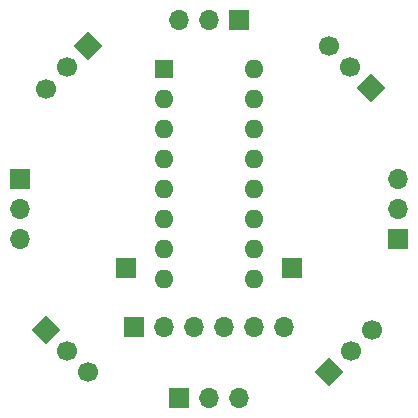
<source format=gbs>
%TF.GenerationSoftware,KiCad,Pcbnew,8.0.5*%
%TF.CreationDate,2024-12-11T17:00:50+10:00*%
%TF.ProjectId,windVane,77696e64-5661-46e6-952e-6b696361645f,rev?*%
%TF.SameCoordinates,Original*%
%TF.FileFunction,Soldermask,Bot*%
%TF.FilePolarity,Negative*%
%FSLAX46Y46*%
G04 Gerber Fmt 4.6, Leading zero omitted, Abs format (unit mm)*
G04 Created by KiCad (PCBNEW 8.0.5) date 2024-12-11 17:00:50*
%MOMM*%
%LPD*%
G01*
G04 APERTURE LIST*
G04 Aperture macros list*
%AMHorizOval*
0 Thick line with rounded ends*
0 $1 width*
0 $2 $3 position (X,Y) of the first rounded end (center of the circle)*
0 $4 $5 position (X,Y) of the second rounded end (center of the circle)*
0 Add line between two ends*
20,1,$1,$2,$3,$4,$5,0*
0 Add two circle primitives to create the rounded ends*
1,1,$1,$2,$3*
1,1,$1,$4,$5*%
%AMRotRect*
0 Rectangle, with rotation*
0 The origin of the aperture is its center*
0 $1 length*
0 $2 width*
0 $3 Rotation angle, in degrees counterclockwise*
0 Add horizontal line*
21,1,$1,$2,0,0,$3*%
G04 Aperture macros list end*
%ADD10R,1.700000X1.700000*%
%ADD11O,1.700000X1.700000*%
%ADD12RotRect,1.700000X1.700000X135.000000*%
%ADD13HorizOval,1.700000X0.000000X0.000000X0.000000X0.000000X0*%
%ADD14RotRect,1.700000X1.700000X225.000000*%
%ADD15HorizOval,1.700000X0.000000X0.000000X0.000000X0.000000X0*%
%ADD16R,1.600000X1.600000*%
%ADD17O,1.600000X1.600000*%
%ADD18RotRect,1.700000X1.700000X45.000000*%
%ADD19HorizOval,1.700000X0.000000X0.000000X0.000000X0.000000X0*%
%ADD20RotRect,1.700000X1.700000X315.000000*%
%ADD21HorizOval,1.700000X0.000000X0.000000X0.000000X0.000000X0*%
G04 APERTURE END LIST*
D10*
%TO.C,South1*%
X147475000Y-117000000D03*
D11*
X150015000Y-117000000D03*
X152555000Y-117000000D03*
%TD*%
D12*
%TO.C,SouthEast1*%
X160203949Y-114796051D03*
D13*
X162000000Y-113000000D03*
X163796051Y-111203949D03*
%TD*%
D14*
%TO.C,NorthEast1*%
X163750000Y-90750000D03*
D15*
X161953949Y-88953949D03*
X160157898Y-87157898D03*
%TD*%
D10*
%TO.C,West1*%
X134000000Y-98475000D03*
D11*
X134000000Y-101015000D03*
X134000000Y-103555000D03*
%TD*%
D16*
%TO.C,SN74HC165*%
X146200000Y-89125000D03*
D17*
X146200000Y-91665000D03*
X146200000Y-94205000D03*
X146200000Y-96745000D03*
X146200000Y-99285000D03*
X146200000Y-101825000D03*
X146200000Y-104365000D03*
X146200000Y-106905000D03*
X153820000Y-106905000D03*
X153820000Y-104365000D03*
X153820000Y-101825000D03*
X153820000Y-99285000D03*
X153820000Y-96745000D03*
X153820000Y-94205000D03*
X153820000Y-91665000D03*
X153820000Y-89125000D03*
%TD*%
D10*
%TO.C,J1*%
X143000000Y-106000000D03*
%TD*%
D18*
%TO.C,SouthWest1*%
X136203949Y-111203949D03*
D19*
X138000000Y-113000000D03*
X139796051Y-114796051D03*
%TD*%
D10*
%TO.C,North1*%
X152525000Y-85000000D03*
D11*
X149985000Y-85000000D03*
X147445000Y-85000000D03*
%TD*%
D10*
%TO.C,J2*%
X157000000Y-106000000D03*
%TD*%
%TO.C,East1*%
X166000000Y-103525000D03*
D11*
X166000000Y-100985000D03*
X166000000Y-98445000D03*
%TD*%
D20*
%TO.C,NorthWest1*%
X139796051Y-87203949D03*
D21*
X138000000Y-89000000D03*
X136203949Y-90796051D03*
%TD*%
D10*
%TO.C,SIG1*%
X143650000Y-111000000D03*
D11*
X146190000Y-111000000D03*
X148730000Y-111000000D03*
X151270000Y-111000000D03*
X153810000Y-111000000D03*
X156350000Y-111000000D03*
%TD*%
M02*

</source>
